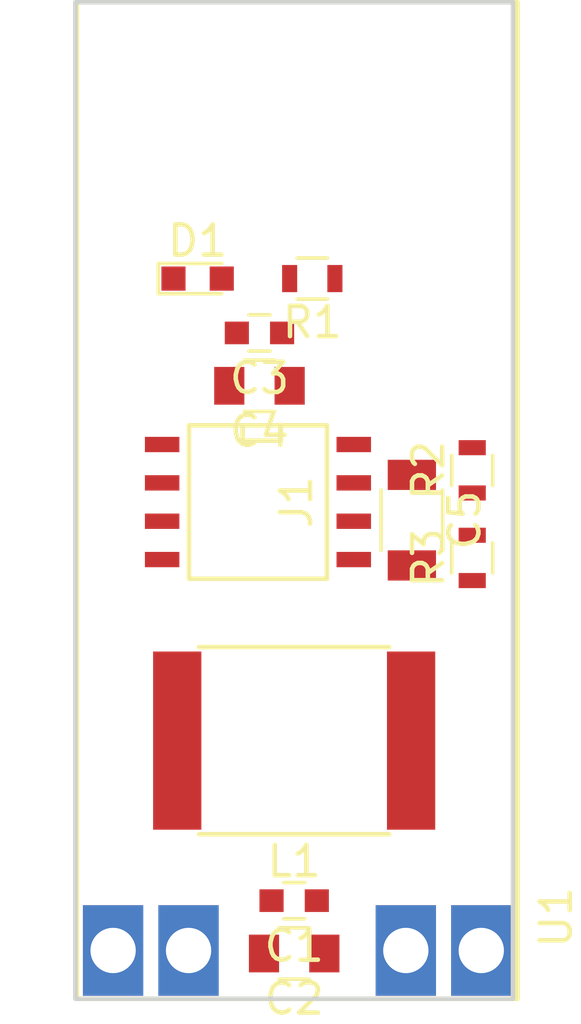
<source format=kicad_pcb>
(kicad_pcb (version 4) (host pcbnew 4.0.6)

  (general
    (links 23)
    (no_connects 23)
    (area 141.174999 88.674999 155.825001 121.825001)
    (thickness 1.6)
    (drawings 4)
    (tracks 0)
    (zones 0)
    (modules 12)
    (nets 10)
  )

  (page A4)
  (layers
    (0 F.Cu signal)
    (31 B.Cu signal)
    (32 B.Adhes user)
    (33 F.Adhes user)
    (34 B.Paste user)
    (35 F.Paste user)
    (36 B.SilkS user)
    (37 F.SilkS user)
    (38 B.Mask user)
    (39 F.Mask user)
    (40 Dwgs.User user)
    (41 Cmts.User user)
    (42 Eco1.User user)
    (43 Eco2.User user)
    (44 Edge.Cuts user)
    (45 Margin user)
    (46 B.CrtYd user)
    (47 F.CrtYd user)
    (48 B.Fab user)
    (49 F.Fab user)
  )

  (setup
    (last_trace_width 0.25)
    (trace_clearance 0.2)
    (zone_clearance 0.508)
    (zone_45_only no)
    (trace_min 0.2)
    (segment_width 0.2)
    (edge_width 0.15)
    (via_size 0.6)
    (via_drill 0.4)
    (via_min_size 0.4)
    (via_min_drill 0.3)
    (uvia_size 0.3)
    (uvia_drill 0.1)
    (uvias_allowed no)
    (uvia_min_size 0.2)
    (uvia_min_drill 0.1)
    (pcb_text_width 0.3)
    (pcb_text_size 1.5 1.5)
    (mod_edge_width 0.15)
    (mod_text_size 1 1)
    (mod_text_width 0.15)
    (pad_size 3 2)
    (pad_drill 1.5)
    (pad_to_mask_clearance 0.2)
    (aux_axis_origin 0 0)
    (visible_elements 7FFFFFFF)
    (pcbplotparams
      (layerselection 0x00030_80000001)
      (usegerberextensions false)
      (excludeedgelayer true)
      (linewidth 0.200000)
      (plotframeref false)
      (viasonmask false)
      (mode 1)
      (useauxorigin false)
      (hpglpennumber 1)
      (hpglpenspeed 20)
      (hpglpendiameter 15)
      (hpglpenoverlay 2)
      (psnegative false)
      (psa4output false)
      (plotreference true)
      (plotvalue true)
      (plotinvisibletext false)
      (padsonsilk false)
      (subtractmaskfromsilk false)
      (outputformat 1)
      (mirror false)
      (drillshape 1)
      (scaleselection 1)
      (outputdirectory ""))
  )

  (net 0 "")
  (net 1 VSS)
  (net 2 GND)
  (net 3 +5V)
  (net 4 "Net-(C5-Pad1)")
  (net 5 "Net-(C5-Pad2)")
  (net 6 "Net-(D1-Pad2)")
  (net 7 "Net-(J1-Pad6)")
  (net 8 "Net-(J1-Pad3)")
  (net 9 "Net-(J1-Pad1)")

  (net_class Default "This is the default net class."
    (clearance 0.2)
    (trace_width 0.25)
    (via_dia 0.6)
    (via_drill 0.4)
    (uvia_dia 0.3)
    (uvia_drill 0.1)
    (add_net +5V)
    (add_net GND)
    (add_net "Net-(C5-Pad1)")
    (add_net "Net-(C5-Pad2)")
    (add_net "Net-(D1-Pad2)")
    (add_net "Net-(J1-Pad1)")
    (add_net "Net-(J1-Pad3)")
    (add_net "Net-(J1-Pad6)")
    (add_net VSS)
  )

  (module Capacitors_SMD:C_0603 (layer F.Cu) (tedit 58AA844E) (tstamp 5939F93E)
    (at 148.5 118.5 180)
    (descr "Capacitor SMD 0603, reflow soldering, AVX (see smccp.pdf)")
    (tags "capacitor 0603")
    (path /5939F856)
    (attr smd)
    (fp_text reference C1 (at 0 -1.5 180) (layer F.SilkS)
      (effects (font (size 1 1) (thickness 0.15)))
    )
    (fp_text value C (at 0 1.5 180) (layer F.Fab)
      (effects (font (size 1 1) (thickness 0.15)))
    )
    (fp_text user %R (at 0 -1.5 180) (layer F.Fab)
      (effects (font (size 1 1) (thickness 0.15)))
    )
    (fp_line (start -0.8 0.4) (end -0.8 -0.4) (layer F.Fab) (width 0.1))
    (fp_line (start 0.8 0.4) (end -0.8 0.4) (layer F.Fab) (width 0.1))
    (fp_line (start 0.8 -0.4) (end 0.8 0.4) (layer F.Fab) (width 0.1))
    (fp_line (start -0.8 -0.4) (end 0.8 -0.4) (layer F.Fab) (width 0.1))
    (fp_line (start -0.35 -0.6) (end 0.35 -0.6) (layer F.SilkS) (width 0.12))
    (fp_line (start 0.35 0.6) (end -0.35 0.6) (layer F.SilkS) (width 0.12))
    (fp_line (start -1.4 -0.65) (end 1.4 -0.65) (layer F.CrtYd) (width 0.05))
    (fp_line (start -1.4 -0.65) (end -1.4 0.65) (layer F.CrtYd) (width 0.05))
    (fp_line (start 1.4 0.65) (end 1.4 -0.65) (layer F.CrtYd) (width 0.05))
    (fp_line (start 1.4 0.65) (end -1.4 0.65) (layer F.CrtYd) (width 0.05))
    (pad 1 smd rect (at -0.75 0 180) (size 0.8 0.75) (layers F.Cu F.Paste F.Mask)
      (net 1 VSS))
    (pad 2 smd rect (at 0.75 0 180) (size 0.8 0.75) (layers F.Cu F.Paste F.Mask)
      (net 2 GND))
    (model Capacitors_SMD.3dshapes/C_0603.wrl
      (at (xyz 0 0 0))
      (scale (xyz 1 1 1))
      (rotate (xyz 0 0 0))
    )
  )

  (module Capacitors_SMD:C_0805 (layer F.Cu) (tedit 58AA8463) (tstamp 5939F944)
    (at 148.5 120.25 180)
    (descr "Capacitor SMD 0805, reflow soldering, AVX (see smccp.pdf)")
    (tags "capacitor 0805")
    (path /5939F82A)
    (attr smd)
    (fp_text reference C2 (at 0 -1.5 180) (layer F.SilkS)
      (effects (font (size 1 1) (thickness 0.15)))
    )
    (fp_text value C (at 0 1.75 180) (layer F.Fab)
      (effects (font (size 1 1) (thickness 0.15)))
    )
    (fp_text user %R (at 0 -1.5 180) (layer F.Fab)
      (effects (font (size 1 1) (thickness 0.15)))
    )
    (fp_line (start -1 0.62) (end -1 -0.62) (layer F.Fab) (width 0.1))
    (fp_line (start 1 0.62) (end -1 0.62) (layer F.Fab) (width 0.1))
    (fp_line (start 1 -0.62) (end 1 0.62) (layer F.Fab) (width 0.1))
    (fp_line (start -1 -0.62) (end 1 -0.62) (layer F.Fab) (width 0.1))
    (fp_line (start 0.5 -0.85) (end -0.5 -0.85) (layer F.SilkS) (width 0.12))
    (fp_line (start -0.5 0.85) (end 0.5 0.85) (layer F.SilkS) (width 0.12))
    (fp_line (start -1.75 -0.88) (end 1.75 -0.88) (layer F.CrtYd) (width 0.05))
    (fp_line (start -1.75 -0.88) (end -1.75 0.87) (layer F.CrtYd) (width 0.05))
    (fp_line (start 1.75 0.87) (end 1.75 -0.88) (layer F.CrtYd) (width 0.05))
    (fp_line (start 1.75 0.87) (end -1.75 0.87) (layer F.CrtYd) (width 0.05))
    (pad 1 smd rect (at -1 0 180) (size 1 1.25) (layers F.Cu F.Paste F.Mask)
      (net 1 VSS))
    (pad 2 smd rect (at 1 0 180) (size 1 1.25) (layers F.Cu F.Paste F.Mask)
      (net 2 GND))
    (model Capacitors_SMD.3dshapes/C_0805.wrl
      (at (xyz 0 0 0))
      (scale (xyz 1 1 1))
      (rotate (xyz 0 0 0))
    )
  )

  (module Capacitors_SMD:C_0603 (layer F.Cu) (tedit 58AA844E) (tstamp 5939F94A)
    (at 147.35 99.7 180)
    (descr "Capacitor SMD 0603, reflow soldering, AVX (see smccp.pdf)")
    (tags "capacitor 0603")
    (path /5939F7C4)
    (attr smd)
    (fp_text reference C3 (at 0 -1.5 180) (layer F.SilkS)
      (effects (font (size 1 1) (thickness 0.15)))
    )
    (fp_text value C (at 0 1.5 180) (layer F.Fab)
      (effects (font (size 1 1) (thickness 0.15)))
    )
    (fp_text user %R (at 0 -1.5 180) (layer F.Fab)
      (effects (font (size 1 1) (thickness 0.15)))
    )
    (fp_line (start -0.8 0.4) (end -0.8 -0.4) (layer F.Fab) (width 0.1))
    (fp_line (start 0.8 0.4) (end -0.8 0.4) (layer F.Fab) (width 0.1))
    (fp_line (start 0.8 -0.4) (end 0.8 0.4) (layer F.Fab) (width 0.1))
    (fp_line (start -0.8 -0.4) (end 0.8 -0.4) (layer F.Fab) (width 0.1))
    (fp_line (start -0.35 -0.6) (end 0.35 -0.6) (layer F.SilkS) (width 0.12))
    (fp_line (start 0.35 0.6) (end -0.35 0.6) (layer F.SilkS) (width 0.12))
    (fp_line (start -1.4 -0.65) (end 1.4 -0.65) (layer F.CrtYd) (width 0.05))
    (fp_line (start -1.4 -0.65) (end -1.4 0.65) (layer F.CrtYd) (width 0.05))
    (fp_line (start 1.4 0.65) (end 1.4 -0.65) (layer F.CrtYd) (width 0.05))
    (fp_line (start 1.4 0.65) (end -1.4 0.65) (layer F.CrtYd) (width 0.05))
    (pad 1 smd rect (at -0.75 0 180) (size 0.8 0.75) (layers F.Cu F.Paste F.Mask)
      (net 3 +5V))
    (pad 2 smd rect (at 0.75 0 180) (size 0.8 0.75) (layers F.Cu F.Paste F.Mask)
      (net 2 GND))
    (model Capacitors_SMD.3dshapes/C_0603.wrl
      (at (xyz 0 0 0))
      (scale (xyz 1 1 1))
      (rotate (xyz 0 0 0))
    )
  )

  (module Capacitors_SMD:C_0805 (layer F.Cu) (tedit 58AA8463) (tstamp 5939F950)
    (at 147.35 101.45 180)
    (descr "Capacitor SMD 0805, reflow soldering, AVX (see smccp.pdf)")
    (tags "capacitor 0805")
    (path /5939F79B)
    (attr smd)
    (fp_text reference C4 (at 0 -1.5 180) (layer F.SilkS)
      (effects (font (size 1 1) (thickness 0.15)))
    )
    (fp_text value C (at 0 1.75 180) (layer F.Fab)
      (effects (font (size 1 1) (thickness 0.15)))
    )
    (fp_text user %R (at 0 -1.5 180) (layer F.Fab)
      (effects (font (size 1 1) (thickness 0.15)))
    )
    (fp_line (start -1 0.62) (end -1 -0.62) (layer F.Fab) (width 0.1))
    (fp_line (start 1 0.62) (end -1 0.62) (layer F.Fab) (width 0.1))
    (fp_line (start 1 -0.62) (end 1 0.62) (layer F.Fab) (width 0.1))
    (fp_line (start -1 -0.62) (end 1 -0.62) (layer F.Fab) (width 0.1))
    (fp_line (start 0.5 -0.85) (end -0.5 -0.85) (layer F.SilkS) (width 0.12))
    (fp_line (start -0.5 0.85) (end 0.5 0.85) (layer F.SilkS) (width 0.12))
    (fp_line (start -1.75 -0.88) (end 1.75 -0.88) (layer F.CrtYd) (width 0.05))
    (fp_line (start -1.75 -0.88) (end -1.75 0.87) (layer F.CrtYd) (width 0.05))
    (fp_line (start 1.75 0.87) (end 1.75 -0.88) (layer F.CrtYd) (width 0.05))
    (fp_line (start 1.75 0.87) (end -1.75 0.87) (layer F.CrtYd) (width 0.05))
    (pad 1 smd rect (at -1 0 180) (size 1 1.25) (layers F.Cu F.Paste F.Mask)
      (net 3 +5V))
    (pad 2 smd rect (at 1 0 180) (size 1 1.25) (layers F.Cu F.Paste F.Mask)
      (net 2 GND))
    (model Capacitors_SMD.3dshapes/C_0805.wrl
      (at (xyz 0 0 0))
      (scale (xyz 1 1 1))
      (rotate (xyz 0 0 0))
    )
  )

  (module Capacitors_SMD:C_1206 (layer F.Cu) (tedit 58AA84B8) (tstamp 5939F956)
    (at 152.4 105.9 270)
    (descr "Capacitor SMD 1206, reflow soldering, AVX (see smccp.pdf)")
    (tags "capacitor 1206")
    (path /5939F776)
    (attr smd)
    (fp_text reference C5 (at 0 -1.75 270) (layer F.SilkS)
      (effects (font (size 1 1) (thickness 0.15)))
    )
    (fp_text value C (at 0 2 270) (layer F.Fab)
      (effects (font (size 1 1) (thickness 0.15)))
    )
    (fp_text user %R (at 0 -1.75 270) (layer F.Fab)
      (effects (font (size 1 1) (thickness 0.15)))
    )
    (fp_line (start -1.6 0.8) (end -1.6 -0.8) (layer F.Fab) (width 0.1))
    (fp_line (start 1.6 0.8) (end -1.6 0.8) (layer F.Fab) (width 0.1))
    (fp_line (start 1.6 -0.8) (end 1.6 0.8) (layer F.Fab) (width 0.1))
    (fp_line (start -1.6 -0.8) (end 1.6 -0.8) (layer F.Fab) (width 0.1))
    (fp_line (start 1 -1.02) (end -1 -1.02) (layer F.SilkS) (width 0.12))
    (fp_line (start -1 1.02) (end 1 1.02) (layer F.SilkS) (width 0.12))
    (fp_line (start -2.25 -1.05) (end 2.25 -1.05) (layer F.CrtYd) (width 0.05))
    (fp_line (start -2.25 -1.05) (end -2.25 1.05) (layer F.CrtYd) (width 0.05))
    (fp_line (start 2.25 1.05) (end 2.25 -1.05) (layer F.CrtYd) (width 0.05))
    (fp_line (start 2.25 1.05) (end -2.25 1.05) (layer F.CrtYd) (width 0.05))
    (pad 1 smd rect (at -1.5 0 270) (size 1 1.6) (layers F.Cu F.Paste F.Mask)
      (net 4 "Net-(C5-Pad1)"))
    (pad 2 smd rect (at 1.5 0 270) (size 1 1.6) (layers F.Cu F.Paste F.Mask)
      (net 5 "Net-(C5-Pad2)"))
    (model Capacitors_SMD.3dshapes/C_1206.wrl
      (at (xyz 0 0 0))
      (scale (xyz 1 1 1))
      (rotate (xyz 0 0 0))
    )
  )

  (module LEDs:LED_0603 (layer F.Cu) (tedit 57FE93A5) (tstamp 5939F95C)
    (at 145.3 97.9)
    (descr "LED 0603 smd package")
    (tags "LED led 0603 SMD smd SMT smt smdled SMDLED smtled SMTLED")
    (path /5939F7EC)
    (attr smd)
    (fp_text reference D1 (at 0 -1.25) (layer F.SilkS)
      (effects (font (size 1 1) (thickness 0.15)))
    )
    (fp_text value LED (at 0 1.35) (layer F.Fab)
      (effects (font (size 1 1) (thickness 0.15)))
    )
    (fp_line (start -1.3 -0.5) (end -1.3 0.5) (layer F.SilkS) (width 0.12))
    (fp_line (start -0.2 -0.2) (end -0.2 0.2) (layer F.Fab) (width 0.1))
    (fp_line (start -0.15 0) (end 0.15 -0.2) (layer F.Fab) (width 0.1))
    (fp_line (start 0.15 0.2) (end -0.15 0) (layer F.Fab) (width 0.1))
    (fp_line (start 0.15 -0.2) (end 0.15 0.2) (layer F.Fab) (width 0.1))
    (fp_line (start 0.8 0.4) (end -0.8 0.4) (layer F.Fab) (width 0.1))
    (fp_line (start 0.8 -0.4) (end 0.8 0.4) (layer F.Fab) (width 0.1))
    (fp_line (start -0.8 -0.4) (end 0.8 -0.4) (layer F.Fab) (width 0.1))
    (fp_line (start -0.8 0.4) (end -0.8 -0.4) (layer F.Fab) (width 0.1))
    (fp_line (start -1.3 0.5) (end 0.8 0.5) (layer F.SilkS) (width 0.12))
    (fp_line (start -1.3 -0.5) (end 0.8 -0.5) (layer F.SilkS) (width 0.12))
    (fp_line (start 1.45 -0.65) (end 1.45 0.65) (layer F.CrtYd) (width 0.05))
    (fp_line (start 1.45 0.65) (end -1.45 0.65) (layer F.CrtYd) (width 0.05))
    (fp_line (start -1.45 0.65) (end -1.45 -0.65) (layer F.CrtYd) (width 0.05))
    (fp_line (start -1.45 -0.65) (end 1.45 -0.65) (layer F.CrtYd) (width 0.05))
    (pad 2 smd rect (at 0.8 0 180) (size 0.8 0.8) (layers F.Cu F.Paste F.Mask)
      (net 6 "Net-(D1-Pad2)"))
    (pad 1 smd rect (at -0.8 0 180) (size 0.8 0.8) (layers F.Cu F.Paste F.Mask)
      (net 2 GND))
    (model LEDs.3dshapes/LED_0603.wrl
      (at (xyz 0 0 0))
      (scale (xyz 1 1 1))
      (rotate (xyz 0 0 180))
    )
  )

  (module SMD_Packages:SOIC-8-N (layer F.Cu) (tedit 0) (tstamp 5939F968)
    (at 147.3 105.3 270)
    (descr "Module Narrow CMS SOJ 8 pins large")
    (tags "CMS SOJ")
    (path /5939F6E8)
    (attr smd)
    (fp_text reference J1 (at 0 -1.27 270) (layer F.SilkS)
      (effects (font (size 1 1) (thickness 0.15)))
    )
    (fp_text value G2116 (at 0 1.27 270) (layer F.Fab)
      (effects (font (size 1 1) (thickness 0.15)))
    )
    (fp_line (start -2.54 -2.286) (end 2.54 -2.286) (layer F.SilkS) (width 0.15))
    (fp_line (start 2.54 -2.286) (end 2.54 2.286) (layer F.SilkS) (width 0.15))
    (fp_line (start 2.54 2.286) (end -2.54 2.286) (layer F.SilkS) (width 0.15))
    (fp_line (start -2.54 2.286) (end -2.54 -2.286) (layer F.SilkS) (width 0.15))
    (fp_line (start -2.54 -0.762) (end -2.032 -0.762) (layer F.SilkS) (width 0.15))
    (fp_line (start -2.032 -0.762) (end -2.032 0.508) (layer F.SilkS) (width 0.15))
    (fp_line (start -2.032 0.508) (end -2.54 0.508) (layer F.SilkS) (width 0.15))
    (pad 8 smd rect (at -1.905 -3.175 270) (size 0.508 1.143) (layers F.Cu F.Paste F.Mask)
      (net 4 "Net-(C5-Pad1)"))
    (pad 7 smd rect (at -0.635 -3.175 270) (size 0.508 1.143) (layers F.Cu F.Paste F.Mask)
      (net 4 "Net-(C5-Pad1)"))
    (pad 6 smd rect (at 0.635 -3.175 270) (size 0.508 1.143) (layers F.Cu F.Paste F.Mask)
      (net 7 "Net-(J1-Pad6)"))
    (pad 5 smd rect (at 1.905 -3.175 270) (size 0.508 1.143) (layers F.Cu F.Paste F.Mask)
      (net 5 "Net-(C5-Pad2)"))
    (pad 4 smd rect (at 1.905 3.175 270) (size 0.508 1.143) (layers F.Cu F.Paste F.Mask)
      (net 8 "Net-(J1-Pad3)"))
    (pad 3 smd rect (at 0.635 3.175 270) (size 0.508 1.143) (layers F.Cu F.Paste F.Mask)
      (net 8 "Net-(J1-Pad3)"))
    (pad 2 smd rect (at -0.635 3.175 270) (size 0.508 1.143) (layers F.Cu F.Paste F.Mask)
      (net 9 "Net-(J1-Pad1)"))
    (pad 1 smd rect (at -1.905 3.175 270) (size 0.508 1.143) (layers F.Cu F.Paste F.Mask)
      (net 9 "Net-(J1-Pad1)"))
    (model SMD_Packages.3dshapes/SOIC-8-N.wrl
      (at (xyz 0 0 0))
      (scale (xyz 0.5 0.38 0.5))
      (rotate (xyz 0 0 0))
    )
  )

  (module Resistors_SMD:R_0603 (layer F.Cu) (tedit 58E0A804) (tstamp 5939F974)
    (at 149.1 97.9 180)
    (descr "Resistor SMD 0603, reflow soldering, Vishay (see dcrcw.pdf)")
    (tags "resistor 0603")
    (path /5939F8F1)
    (attr smd)
    (fp_text reference R1 (at 0 -1.45 180) (layer F.SilkS)
      (effects (font (size 1 1) (thickness 0.15)))
    )
    (fp_text value R (at 0 1.5 180) (layer F.Fab)
      (effects (font (size 1 1) (thickness 0.15)))
    )
    (fp_text user %R (at 0 0 180) (layer F.Fab)
      (effects (font (size 0.5 0.5) (thickness 0.075)))
    )
    (fp_line (start -0.8 0.4) (end -0.8 -0.4) (layer F.Fab) (width 0.1))
    (fp_line (start 0.8 0.4) (end -0.8 0.4) (layer F.Fab) (width 0.1))
    (fp_line (start 0.8 -0.4) (end 0.8 0.4) (layer F.Fab) (width 0.1))
    (fp_line (start -0.8 -0.4) (end 0.8 -0.4) (layer F.Fab) (width 0.1))
    (fp_line (start 0.5 0.68) (end -0.5 0.68) (layer F.SilkS) (width 0.12))
    (fp_line (start -0.5 -0.68) (end 0.5 -0.68) (layer F.SilkS) (width 0.12))
    (fp_line (start -1.25 -0.7) (end 1.25 -0.7) (layer F.CrtYd) (width 0.05))
    (fp_line (start -1.25 -0.7) (end -1.25 0.7) (layer F.CrtYd) (width 0.05))
    (fp_line (start 1.25 0.7) (end 1.25 -0.7) (layer F.CrtYd) (width 0.05))
    (fp_line (start 1.25 0.7) (end -1.25 0.7) (layer F.CrtYd) (width 0.05))
    (pad 1 smd rect (at -0.75 0 180) (size 0.5 0.9) (layers F.Cu F.Paste F.Mask)
      (net 3 +5V))
    (pad 2 smd rect (at 0.75 0 180) (size 0.5 0.9) (layers F.Cu F.Paste F.Mask)
      (net 6 "Net-(D1-Pad2)"))
    (model ${KISYS3DMOD}/Resistors_SMD.3dshapes/R_0603.wrl
      (at (xyz 0 0 0))
      (scale (xyz 1 1 1))
      (rotate (xyz 0 0 0))
    )
  )

  (module Resistors_SMD:R_0603 (layer F.Cu) (tedit 58E0A804) (tstamp 5939F97A)
    (at 154.4 104.25 90)
    (descr "Resistor SMD 0603, reflow soldering, Vishay (see dcrcw.pdf)")
    (tags "resistor 0603")
    (path /5939FA99)
    (attr smd)
    (fp_text reference R2 (at 0 -1.45 90) (layer F.SilkS)
      (effects (font (size 1 1) (thickness 0.15)))
    )
    (fp_text value R (at 0 1.5 90) (layer F.Fab)
      (effects (font (size 1 1) (thickness 0.15)))
    )
    (fp_text user %R (at 0 0 90) (layer F.Fab)
      (effects (font (size 0.5 0.5) (thickness 0.075)))
    )
    (fp_line (start -0.8 0.4) (end -0.8 -0.4) (layer F.Fab) (width 0.1))
    (fp_line (start 0.8 0.4) (end -0.8 0.4) (layer F.Fab) (width 0.1))
    (fp_line (start 0.8 -0.4) (end 0.8 0.4) (layer F.Fab) (width 0.1))
    (fp_line (start -0.8 -0.4) (end 0.8 -0.4) (layer F.Fab) (width 0.1))
    (fp_line (start 0.5 0.68) (end -0.5 0.68) (layer F.SilkS) (width 0.12))
    (fp_line (start -0.5 -0.68) (end 0.5 -0.68) (layer F.SilkS) (width 0.12))
    (fp_line (start -1.25 -0.7) (end 1.25 -0.7) (layer F.CrtYd) (width 0.05))
    (fp_line (start -1.25 -0.7) (end -1.25 0.7) (layer F.CrtYd) (width 0.05))
    (fp_line (start 1.25 0.7) (end 1.25 -0.7) (layer F.CrtYd) (width 0.05))
    (fp_line (start 1.25 0.7) (end -1.25 0.7) (layer F.CrtYd) (width 0.05))
    (pad 1 smd rect (at -0.75 0 90) (size 0.5 0.9) (layers F.Cu F.Paste F.Mask)
      (net 7 "Net-(J1-Pad6)"))
    (pad 2 smd rect (at 0.75 0 90) (size 0.5 0.9) (layers F.Cu F.Paste F.Mask)
      (net 3 +5V))
    (model ${KISYS3DMOD}/Resistors_SMD.3dshapes/R_0603.wrl
      (at (xyz 0 0 0))
      (scale (xyz 1 1 1))
      (rotate (xyz 0 0 0))
    )
  )

  (module Resistors_SMD:R_0603 (layer F.Cu) (tedit 58E0A804) (tstamp 5939F980)
    (at 154.4 107.15 90)
    (descr "Resistor SMD 0603, reflow soldering, Vishay (see dcrcw.pdf)")
    (tags "resistor 0603")
    (path /5939FA52)
    (attr smd)
    (fp_text reference R3 (at 0 -1.45 90) (layer F.SilkS)
      (effects (font (size 1 1) (thickness 0.15)))
    )
    (fp_text value R (at 0 1.5 90) (layer F.Fab)
      (effects (font (size 1 1) (thickness 0.15)))
    )
    (fp_text user %R (at 0 0 90) (layer F.Fab)
      (effects (font (size 0.5 0.5) (thickness 0.075)))
    )
    (fp_line (start -0.8 0.4) (end -0.8 -0.4) (layer F.Fab) (width 0.1))
    (fp_line (start 0.8 0.4) (end -0.8 0.4) (layer F.Fab) (width 0.1))
    (fp_line (start 0.8 -0.4) (end 0.8 0.4) (layer F.Fab) (width 0.1))
    (fp_line (start -0.8 -0.4) (end 0.8 -0.4) (layer F.Fab) (width 0.1))
    (fp_line (start 0.5 0.68) (end -0.5 0.68) (layer F.SilkS) (width 0.12))
    (fp_line (start -0.5 -0.68) (end 0.5 -0.68) (layer F.SilkS) (width 0.12))
    (fp_line (start -1.25 -0.7) (end 1.25 -0.7) (layer F.CrtYd) (width 0.05))
    (fp_line (start -1.25 -0.7) (end -1.25 0.7) (layer F.CrtYd) (width 0.05))
    (fp_line (start 1.25 0.7) (end 1.25 -0.7) (layer F.CrtYd) (width 0.05))
    (fp_line (start 1.25 0.7) (end -1.25 0.7) (layer F.CrtYd) (width 0.05))
    (pad 1 smd rect (at -0.75 0 90) (size 0.5 0.9) (layers F.Cu F.Paste F.Mask)
      (net 2 GND))
    (pad 2 smd rect (at 0.75 0 90) (size 0.5 0.9) (layers F.Cu F.Paste F.Mask)
      (net 7 "Net-(J1-Pad6)"))
    (model ${KISYS3DMOD}/Resistors_SMD.3dshapes/R_0603.wrl
      (at (xyz 0 0 0))
      (scale (xyz 1 1 1))
      (rotate (xyz 0 0 0))
    )
  )

  (module dcdc_breakout:INDUCTOR (layer F.Cu) (tedit 574C3AE3) (tstamp 593A00DC)
    (at 148.5 113.2 180)
    (descr "Inductor, Taiyo Yuden, NR series, Taiyo-Yuden_NR-60xx, 6.0mmx6.0mm")
    (tags "inductor taiyo-yuden nr smd")
    (path /5939F6BB)
    (attr smd)
    (fp_text reference L1 (at 0 -4 180) (layer F.SilkS)
      (effects (font (size 1 1) (thickness 0.15)))
    )
    (fp_text value L_Core_Ferrite (at 0 4.5 180) (layer F.Fab)
      (effects (font (size 1 1) (thickness 0.15)))
    )
    (fp_line (start -3 0) (end -3 -2) (layer F.Fab) (width 0.15))
    (fp_line (start -3 -2) (end -2 -3) (layer F.Fab) (width 0.15))
    (fp_line (start -2 -3) (end 0 -3) (layer F.Fab) (width 0.15))
    (fp_line (start 3 0) (end 3 -2) (layer F.Fab) (width 0.15))
    (fp_line (start 3 -2) (end 2 -3) (layer F.Fab) (width 0.15))
    (fp_line (start 2 -3) (end 0 -3) (layer F.Fab) (width 0.15))
    (fp_line (start 3 0) (end 3 2) (layer F.Fab) (width 0.15))
    (fp_line (start 3 2) (end 2 3) (layer F.Fab) (width 0.15))
    (fp_line (start 2 3) (end 0 3) (layer F.Fab) (width 0.15))
    (fp_line (start -3 0) (end -3 2) (layer F.Fab) (width 0.15))
    (fp_line (start -3 2) (end -2 3) (layer F.Fab) (width 0.15))
    (fp_line (start -2 3) (end 0 3) (layer F.Fab) (width 0.15))
    (fp_line (start -3.15 -3.1) (end 3.15 -3.1) (layer F.SilkS) (width 0.15))
    (fp_line (start -3.15 3.1) (end 3.15 3.1) (layer F.SilkS) (width 0.15))
    (fp_line (start -3.45 -3.25) (end -3.45 3.25) (layer F.CrtYd) (width 0.05))
    (fp_line (start -3.45 3.25) (end 3.45 3.25) (layer F.CrtYd) (width 0.05))
    (fp_line (start 3.45 3.25) (end 3.45 -3.25) (layer F.CrtYd) (width 0.05))
    (fp_line (start 3.45 -3.25) (end -3.45 -3.25) (layer F.CrtYd) (width 0.05))
    (pad 1 smd rect (at -3.875 0 180) (size 1.6 5.9) (layers F.Cu F.Paste F.Mask)
      (net 1 VSS))
    (pad 2 smd rect (at 3.875 0 180) (size 1.6 5.9) (layers F.Cu F.Paste F.Mask)
      (net 9 "Net-(J1-Pad1)"))
    (model ${KIPRJMOD}/inductor.wrl
      (at (xyz 0 0 0))
      (scale (xyz 1 1 1))
      (rotate (xyz 0 0 0))
    )
  )

  (module dcdc_breakout:DC-DC-BREAKOUT (layer F.Cu) (tedit 593A0579) (tstamp 593A0574)
    (at 148.6 105.25 90)
    (path /5939F63C)
    (fp_text reference U1 (at -13.8 8.575 90) (layer F.SilkS)
      (effects (font (size 1 1) (thickness 0.15)))
    )
    (fp_text value DC_DC_BREAKOUT (at -9 -9 90) (layer F.Fab)
      (effects (font (size 1 1) (thickness 0.15)))
    )
    (fp_line (start 16.5 -7.3) (end -16.5 -7.3) (layer F.SilkS) (width 0.15))
    (fp_line (start 16.5 7.3) (end 16.5 -7.3) (layer F.SilkS) (width 0.15))
    (fp_line (start -16.5 7.3) (end 16.5 7.3) (layer F.SilkS) (width 0.15))
    (fp_line (start -16.5 -7.3) (end -16.5 7.3) (layer F.SilkS) (width 0.15))
    (pad 1 thru_hole rect (at -14.9 -3.6 90) (size 3 2) (drill 1.5) (layers *.Cu *.Mask)
      (net 2 GND))
    (pad 1 thru_hole rect (at -14.9 -6.1 90) (size 3 2) (drill 1.5) (layers *.Cu *.Mask)
      (net 2 GND))
    (pad 2 thru_hole rect (at -14.9 6.1 90) (size 3 2) (drill 1.5) (layers *.Cu *.Mask)
      (net 1 VSS))
    (pad 2 thru_hole rect (at -14.9 3.6 90) (size 3 2) (drill 1.5) (layers *.Cu *.Mask)
      (net 1 VSS))
  )

  (gr_line (start 141.25 121.75) (end 141.25 88.75) (layer Edge.Cuts) (width 0.15))
  (gr_line (start 155.75 121.75) (end 141.25 121.75) (layer Edge.Cuts) (width 0.15))
  (gr_line (start 155.75 88.75) (end 155.75 121.75) (layer Edge.Cuts) (width 0.15))
  (gr_line (start 141.25 88.75) (end 155.75 88.75) (layer Edge.Cuts) (width 0.15))

)

</source>
